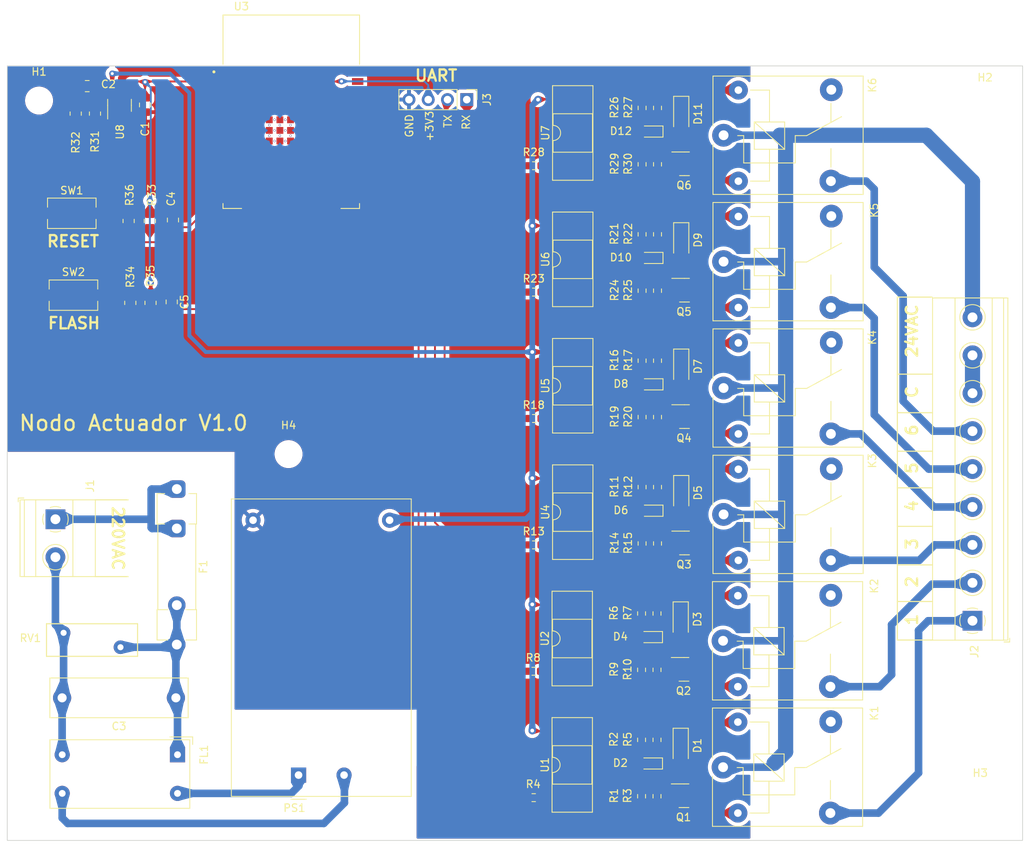
<source format=kicad_pcb>
(kicad_pcb (version 20221018) (generator pcbnew)
  (layers (0 "F.Cu" signal) (31 "B.Cu" signal) (34 "B.Paste" user) (35 "F.Paste" user) (36 "B.SilkS" user "B.Silkscreen") (37 "F.SilkS" user "F.Silkscreen") (38 "B.Mask" user) (39 "F.Mask" user) (44 "Edge.Cuts" user))
  (net 0 "")
  (net 1 "GND")
  (net 2 "+5V")
  (net 3 "Net-(C3-Pad1)")
  (net 24 "Net-(J3-Pin_1)")
  (net 25 "Net-(J3-Pin_2)")
  (net 26 "/IN1")
  (net 27 "/IN2")
  (net 28 "/IN3")
  (net 29 "/IN4")
  (net 32 "/IN5")
  (net 33 "/IN6")
  (net 37 "Net-(PS1-AC{slash}L)")
  (net 38 "Net-(R34-Pad2)")
  (net 39 "Net-(R36-Pad1)")
  (net 40 "Net-(PS1-AC{slash}N)")
  (net 46 "Net-(D1-A)")
  (net 47 "Net-(D2-A)")
  (net 48 "Net-(D3-A)")
  (net 49 "Net-(D4-A)")
  (net 50 "Net-(D5-A)")
  (net 51 "Net-(D6-A)")
  (net 52 "Net-(D7-A)")
  (net 53 "Net-(D8-A)")
  (net 54 "Net-(D10-K)")
  (net 55 "Net-(D10-A)")
  (net 56 "Net-(D11-A)")
  (net 57 "Net-(D12-A)")
  (net 58 "24VAC")
  (net 59 "OUT1")
  (net 60 "OUT2")
  (net 61 "OUT3")
  (net 62 "OUT4")
  (net 63 "OUT5")
  (net 64 "OUT6")
  (net 65 "Net-(U8-CE)")
  (net 66 "Net-(U3-EN)")
  (net 67 "Net-(U3-IO0)")
  (net 68 "+3V3")
  (net 69 "Net-(Q1-G)")
  (net 70 "Net-(Q2-G)")
  (net 71 "Net-(Q3-G)")
  (net 72 "Net-(Q4-G)")
  (net 73 "Net-(Q5-G)")
  (net 74 "Net-(Q6-G)")
  (net 75 "Net-(R1-Pad1)")
  (net 76 "/Fuente de alimentacion/N")
  (net 77 "Net-(R4-Pad2)")
  (net 78 "/Fuente de alimentacion/L")
  (net 79 "Net-(R8-Pad2)")
  (net 80 "Net-(R9-Pad1)")
  (net 81 "Net-(R13-Pad2)")
  (net 82 "Net-(R14-Pad1)")
  (net 83 "Net-(R18-Pad2)")
  (net 84 "Net-(R19-Pad1)")
  (net 85 "Net-(R23-Pad2)")
  (net 86 "Net-(R24-Pad1)")
  (net 87 "Net-(R28-Pad2)")
  (net 88 "Net-(R29-Pad1)")
  (net 89 "24VAC_COMUN")
  (footprint "Resistor_SMD:R_0603_1608Metric" (layer "F.Cu") (at 151.413691 61.126 90)
    (fp_text reference "R30")
    (fp_text value "100K")
  )
  (footprint "Converter_ACDC:Converter_ACDC_HiLink_HLK-5Mxx" (layer "F.Cu") (at 104.088 141.6495 90)
    (fp_text reference "PS1")
    (fp_text value "HLK-5M05")
  )
  (footprint "Resistor_SMD:R_0603_1608Metric" (layer "F.Cu") (at 135.09 144.626)
    (fp_text reference "R4")
    (fp_text value "100")
  )
  (footprint "Capacitor_SMD:C_0805_2012Metric" (layer "F.Cu") (at 87.53 68.472 90)
    (fp_text reference "C4")
    (fp_text value "0.1uF")
  )
  (footprint "Resistor_SMD:R_0603_1608Metric" (layer "F.Cu") (at 149.381691 87.0188 -90)
    (fp_text reference "R16")
    (fp_text value "100")
  )
  (footprint "LED_SMD:LED_0603_1608Metric_Pad1.05x0.95mm_HandSolder" (layer "F.Cu") (at 150.476191 106.7952 180)
    (fp_text reference "D6")
    (fp_text value "TBD")
  )
  (footprint "TerminalBlock_Phoenix:TerminalBlock_Phoenix_MKDS-1,5-9_1x09_P5.00mm_Horizontal" (layer "F.Cu") (at 192.94 121.304 90)
    (fp_text reference "J2")
    (fp_text value "Screw_Terminal_01x09_5mm")
  )
  (footprint "Resistor_SMD:R_0603_1608Metric" (layer "F.Cu") (at 149.381691 94.4508 90)
    (fp_text reference "R19")
    (fp_text value "1K")
  )
  (footprint "Connector_PinHeader_2.54mm:PinHeader_1x04_P2.54mm_Vertical" (layer "F.Cu") (at 126.265 52.597 -90)
    (fp_text reference "J3")
    (fp_text value "Conn_01x04")
  )
  (footprint "Resistor_SMD:R_0603_1608Metric" (layer "F.Cu") (at 135.09 127.9636)
    (fp_text reference "R8")
    (fp_text value "100")
  )
  (footprint "Relay_THT:Relay_SPDT_SANYOU_SRD_Series_Form_C" (layer "F.Cu") (at 160.123691 57.296)
    (fp_text reference "K6")
    (fp_text value "SRD-05VDC-SL-C ")
  )
  (footprint "MountingHole:MountingHole_3.2mm_M3_DIN965" (layer "F.Cu") (at 102.77 99.333)
    (fp_text reference "H4")
    (fp_text value "MountingHole")
  )
  (footprint "Relay_THT:Relay_SPDT_SANYOU_SRD_Series_Form_C" (layer "F.Cu") (at 160.123691 90.6208)
    (fp_text reference "K4")
    (fp_text value "SRD-05VDC-SL-C ")
  )
  (footprint "Resistor_SMD:R_0603_1608Metric" (layer "F.Cu") (at 135.157691 111.3012)
    (fp_text reference "R13")
    (fp_text value "100")
  )
  (footprint "Relay_THT:Relay_SPDT_SANYOU_SRD_Series_Form_C" (layer "F.Cu") (at 160.056 123.9456)
    (fp_text reference "K2")
    (fp_text value "SRD-05VDC-SL-C ")
  )
  (footprint "Diode_SMD:D_SOD-123" (layer "F.Cu") (at 154.540191 104.5092 -90)
    (fp_text reference "D5")
    (fp_text value "1N4148W")
  )
  (footprint "Capacitor_SMD:C_0805_2012Metric" (layer "F.Cu") (at 87.367 79.267 -90)
    (fp_text reference "C5")
    (fp_text value "0.1uF")
  )
  (footprint "Varistor:RV_Disc_D12mm_W4.3mm_P7.5mm" (layer "F.Cu") (at 80.612 124.794 180)
    (fp_text reference "RV1")
    (fp_text value "10D561KTR")
  )
  (footprint "MountingHole:MountingHole_3.2mm_M3_DIN965" (layer "F.Cu") (at 194.591 53.486)
    (fp_text reference "H2")
    (fp_text value "MountingHole")
  )
  (footprint "Resistor_SMD:R_0603_1608Metric" (layer "F.Cu") (at 151.346 120.3436 -90)
    (fp_text reference "R7")
    (fp_text value "100")
  )
  (footprint "Resistor_SMD:R_0603_1608Metric" (layer "F.Cu") (at 135.157691 94.6388)
    (fp_text reference "R18")
    (fp_text value "100")
  )
  (footprint "Package_DIP:DIP-4_W8.89mm_SMDSocket_LongPads" (layer "F.Cu") (at 140.237691 73.6584 90)
    (fp_text reference "U6")
    (fp_text value "PC817")
  )
  (footprint "Diode_SMD:D_SOD-123" (layer "F.Cu") (at 154.540191 71.1844 -90)
    (fp_text reference "D9")
    (fp_text value "1N4148W")
  )
  (footprint "Resistor_SMD:R_0805_2012Metric_Pad1.20x1.40mm_HandSolder" (layer "F.Cu") (at 84.573 79.394 90)
    (fp_text reference "R35")
    (fp_text value "10K")
  )
  (footprint "Resistor_SMD:R_0603_1608Metric" (layer "F.Cu") (at 149.381691 70.3564 -90)
    (fp_text reference "R21")
    (fp_text value "100")
  )
  (footprint "Package_DIP:DIP-4_W8.89mm_SMDSocket_LongPads" (layer "F.Cu") (at 140.17 140.308 90)
    (fp_text reference "U1")
    (fp_text value "PC817")
  )
  (footprint "Resistor_SMD:R_0603_1608Metric" (layer "F.Cu") (at 151.413691 94.4508 90)
    (fp_text reference "R20")
    (fp_text value "100K")
  )
  (footprint "Package_TO_SOT_SMD:SOT-23" (layer "F.Cu") (at 154.969691 94.3848)
    (fp_text reference "Q4")
    (fp_text value "2N7002")
  )
  (footprint "Package_TO_SOT_SMD:SOT-23" (layer "F.Cu") (at 154.969691 77.7224)
    (fp_text reference "Q5")
    (fp_text value "2N7002")
  )
  (footprint "TerminalBlock_Phoenix:TerminalBlock_Phoenix_MKDS-1,5-2_1x02_P5.00mm_Horizontal" (layer "F.Cu") (at 72.036 107.922 -90)
    (fp_text reference "J1")
    (fp_text value "Screw_Terminal_01x02")
  )
  (footprint "Resistor_SMD:R_0603_1608Metric" (layer "F.Cu") (at 149.381691 77.7884 90)
    (fp_text reference "R24")
    (fp_text value "1K")
  )
  (footprint "Resistor_SMD:R_0603_1608Metric" (layer "F.Cu") (at 149.314 127.7756 90)
    (fp_text reference "R9")
    (fp_text value "1K")
  )
  (footprint "LED_SMD:LED_0603_1608Metric_Pad1.05x0.95mm_HandSolder" (layer "F.Cu") (at 150.476191 90.1328 180)
    (fp_text reference "D8")
    (fp_text value "TBD")
  )
  (footprint "Resistor_SMD:R_0805_2012Metric_Pad1.20x1.40mm_HandSolder" (layer "F.Cu") (at 84.482 68.599 -90)
    (fp_text reference "R33")
    (fp_text value "10K")
  )
  (footprint "Package_TO_SOT_SMD:SOT-23" (layer "F.Cu") (at 154.902 127.7096)
    (fp_text reference "Q2")
    (fp_text value "2N7002")
  )
  (footprint "Resistor_SMD:R_0603_1608Metric" (layer "F.Cu") (at 149.381691 61.126 90)
    (fp_text reference "R29")
    (fp_text value "1K")
  )
  (footprint "Resistor_SMD:R_0805_2012Metric_Pad1.20x1.40mm_HandSolder" (layer "F.Cu") (at 81.906 79.394 90)
    (fp_text reference "R34")
    (fp_text value "220")
  )
  (footprint "LED_SMD:LED_0603_1608Metric_Pad1.05x0.95mm_HandSolder" (layer "F.Cu") (at 150.476191 56.808 180)
    (fp_text reference "D12")
    (fp_text value "TBD")
  )
  (footprint "Capacitor_SMD:C_0805_2012Metric" (layer "F.Cu") (at 83.854 53.2995 90)
    (fp_text reference "C1")
    (fp_text value "0.1uF")
  )
  (footprint "Resistor_SMD:R_0603_1608Metric" (layer "F.Cu") (at 151.413691 70.3564 -90)
    (fp_text reference "R22")
    (fp_text value "100")
  )
  (footprint "Package_TO_SOT_SMD:SOT-23-5" (layer "F.Cu") (at 80.484 53.3535 90)
    (fp_text reference "U8")
    (fp_text value "R1524N033B-TR-KE")
  )
  (footprint "Relay_THT:Relay_SPDT_SANYOU_SRD_Series_Form_C" (layer "F.Cu") (at 160.056 140.608)
    (fp_text reference "K1")
    (fp_text value "SRD-05VDC-SL-C ")
  )
  (footprint "Package_TO_SOT_SMD:SOT-23" (layer "F.Cu") (at 154.902 144.372)
    (fp_text reference "Q1")
    (fp_text value "2N7002")
  )
  (footprint "Diode_SMD:D_SOD-123" (layer "F.Cu") (at 154.4725 121.1716 -90)
    (fp_text reference "D3")
    (fp_text value "1N4148W")
  )
  (footprint "Resistor_SMD:R_0603_1608Metric" (layer "F.Cu") (at 135.157691 61.314)
    (fp_text reference "R28")
    (fp_text value "100")
  )
  (footprint "Package_TO_SOT_SMD:SOT-23" (layer "F.Cu") (at 154.969691 61.06)
    (fp_text reference "Q6")
    (fp_text value "2N7002")
  )
  (footprint "Package_DIP:DIP-4_W8.89mm_SMDSocket_LongPads" (layer "F.Cu") (at 140.237691 90.3208 90)
    (fp_text reference "U5")
    (fp_text value "PC817")
  )
  (footprint "Resistor_SMD:R_0603_1608Metric" (layer "F.Cu") (at 151.346 137.006 -90)
    (fp_text reference "R5")
    (fp_text value "100")
  )
  (footprint "ESP32:ESP32-WROOM-32E__4MB_HIGH_TEMP" (layer "F.Cu") (at 103.13 54.198)
    (fp_text reference "U3")
    (fp_text value "ESP32-WROOM-32E__4MB_HIGH_TEMP_")
  )
  (footprint "Package_DIP:DIP-4_W8.89mm_SMDSocket_LongPads" (layer "F.Cu") (at 140.237691 56.996 90)
    (fp_text reference "U7")
    (fp_text value "PC817")
  )
  (footprint "Diode_SMD:D_SOD-123" (layer "F.Cu") (at 154.540191 54.522 -90)
    (fp_text reference "D11")
    (fp_text value "1N4148W")
  )
  (footprint "Resistor_SMD:R_0603_1608Metric" (layer "F.Cu") (at 151.413691 103.6812 -90)
    (fp_text reference "R12")
    (fp_text value "100")
  )
  (footprint "Package_DIP:DIP-4_W8.89mm_SMDSocket_LongPads" (layer "F.Cu") (at 140.237691 106.9832 90)
    (fp_text reference "U4")
    (fp_text value "PC817")
  )
  (footprint "Capacitor_SMD:C_0805_2012Metric" (layer "F.Cu") (at 76.227 50.819)
    (fp_text reference "C2")
    (fp_text value "0.1uF")
  )
  (footprint "Resistor_SMD:R_0603_1608Metric" (layer "F.Cu") (at 149.314 144.438 90)
    (fp_text reference "R1")
    (fp_text value "1K")
  )
  (footprint "Resistor_SMD:R_0603_1608Metric" (layer "F.Cu") (at 149.314 137.006 -90)
    (fp_text reference "R2")
    (fp_text value "100")
  )
  (footprint "Relay_THT:Relay_SPDT_SANYOU_SRD_Series_Form_C" (layer "F.Cu") (at 160.123691 73.9584)
    (fp_text reference "K5")
    (fp_text value "SRD-05VDC-SL-C ")
  )
  (footprint "Capacitor_THT:C_Rect_L18.0mm_W5.0mm_P15.00mm_FKS3_FKP3" (layer "F.Cu") (at 87.918 131.464 180)
    (fp_text reference "C3")
    (fp_text value "0.1uF 275V X2")
  )
  (footprint "Resistor_SMD:R_0603_1608Metric" (layer "F.Cu") (at 151.346 127.7756 90)
    (fp_text reference "R10")
    (fp_text value "100K")
  )
  (footprint "LED_SMD:LED_0603_1608Metric_Pad1.05x0.95mm_HandSolder" (layer "F.Cu") (at 150.476191 73.4704 180)
    (fp_text reference "D10")
    (fp_text value "TBD")
  )
  (footprint "Resistor_SMD:R_0603_1608Metric" (layer "F.Cu") (at 149.314 120.3436 -90)
    (fp_text reference "R6")
    (fp_text value "100")
  )
  (footprint "Diode_SMD:D_SOD-123" (layer "F.Cu") (at 154.4725 137.834 -90)
    (fp_text reference "D1")
    (fp_text value "1N4148W")
  )
  (footprint "Relay_THT:Relay_SPDT_SANYOU_SRD_Series_Form_C" (layer "F.Cu") (at 160.123691 107.2832)
    (fp_text reference "K3")
    (fp_text value "SRD-05VDC-SL-C ")
  )
  (footprint "LED_SMD:LED_0603_1608Metric_Pad1.05x0.95mm_HandSolder" (layer "F.Cu") (at 150.4085 123.4576 180)
    (fp_text reference "D4")
    (fp_text value "TBD")
  )
  (footprint "Resistor_SMD:R_0603_1608Metric" (layer "F.Cu") (at 149.381691 103.6812 -90)
    (fp_text reference "R11")
    (fp_text value "100")
  )
  (footprint "LED_SMD:LED_0603_1608Metric_Pad1.05x0.95mm_HandSolder" (layer "F.Cu") (at 150.4085 140.12 180)
    (fp_text reference "D2")
    (fp_text value "TBD")
  )
  (footprint "Resistor_SMD:R_0603_1608Metric" (layer "F.Cu") (at 149.381691 53.694 -90)
    (fp_text reference "R26")
    (fp_text value "100")
  )
  (footprint "Resistor_SMD:R_0805_2012Metric_Pad1.20x1.40mm_HandSolder" (layer "F.Cu") (at 81.688 68.599 -90)
    (fp_text reference "R36")
    (fp_text value "220")
  )
  (footprint "Resistor_SMD:R_0805_2012Metric_Pad1.20x1.40mm_HandSolder" (layer "F.Cu") (at 74.71 54.4425 90)
    (fp_text reference "R32")
    (fp_text value "100k")
  )
  (footprint "ProyectoUTN:SW_Tactile_SPST_NO_Straight_6x3,5_modificado" (layer "F.Cu") (at 74.195 67.583)
    (fp_text reference "SW1")
    (fp_text value "Reset")
  )
  (footprint "Resistor_SMD:R_0603_1608Metric" (layer "F.Cu") (at 135.157691 77.9764)
    (fp_text reference "R23")
    (fp_text value "100")
  )
  (footprint "Fuse:Fuseholder_Clip-5x20mm_Littelfuse_445-030_Inline_P20.50x5.20mm_D1.30mm_Horizontal" (layer "F.Cu") (at 88.038 103.942 -90)
    (fp_text reference "F1")
    (fp_text value "Fuse")
  )
  (footprint "Diode_SMD:D_SOD-123" (layer "F.Cu") (at 154.540191 87.8468 -90)
    (fp_text reference "D7")
    (fp_text value "1N4148W")
  )
  (footprint "Resistor_SMD:R_0805_2012Metric_Pad1.20x1.40mm_HandSolder" (layer "F.Cu") (at 77.25 54.4425 -90)
    (fp_text reference "R31")
    (fp_text value "100k")
  )
  (footprint "Package_TO_SOT_SMD:SOT-23" (layer "F.Cu") (at 154.969691 111.0472)
    (fp_text reference "Q3")
    (fp_text value "2N7002")
  )
  (footprint "ProyectoUTN:SW_Tactile_SPST_NO_Straight_6x3,5_modificado" (layer "F.Cu") (at 74.413 78.378 180)
    (fp_text reference "SW2")
    (fp_text value "Flash")
  )
  (footprint "Resistor_SMD:R_0603_1608Metric" (layer "F.Cu") (at 149.381691 111.1132 90)
    (fp_text reference "R14")
    (fp_text value "1K")
  )
  (footprint "Resistor_SMD:R_0603_1608Metric" (layer "F.Cu") (at 151.413691 53.694 -90)
    (fp_text reference "R27")
    (fp_text value "100")
  )
  (footprint "Inductor_THT:Choke_Schaffner_RN202-04-8.8x18.2mm" (layer "F.Cu") (at 88.1295 138.9625 -90)
    (fp_text reference "FL1")
    (fp_text value "Choke 12MH 300MA 2LN TH")
  )
  (footprint "MountingHole:MountingHole_3.2mm_M3_DIN965" (layer "F.Cu") (at 69.877 52.724)
    (fp_text reference "H1")
    (fp_text value "MountingHole")
  )
  (footprint "MountingHole:MountingHole_3.2mm_M3_DIN965" (layer "F.Cu") (at 193.956 145.18)
    (fp_text reference "H3")
    (fp_text value "MountingHole")
  )
  (footprint "Resistor_SMD:R_0603_1608Metric" (layer "F.Cu") (at 151.346 144.438 90)
    (fp_text reference "R3")
    (fp_text value "100K")
  )
  (footprint "Package_DIP:DIP-4_W8.89mm_SMDSocket_LongPads" (layer "F.Cu") (at 140.17 123.6456 90)
    (fp_text reference "U2")
    (fp_text value "PC817")
  )
  (footprint "Resistor_SMD:R_0603_1608Metric" (layer "F.Cu") (at 151.413691 111.1132 90)
    (fp_text reference "R15")
    (fp_text value "100K")
  )
  (footprint "Resistor_SMD:R_0603_1608Metric" (layer "F.Cu") (at 151.413691 77.7884 90)
    (fp_text reference "R25")
    (fp_text value "100K")
  )
  (footprint "Resistor_SMD:R_0603_1608Metric" (layer "F.Cu") (at 151.413691 87.0188 -90)
    (fp_text reference "R17")
    (fp_text value "100")
  )
  (gr_line (start 187.606 118.764) (end 183.034 118.764) (stroke (width 0.15)) (layer "F.SilkS"))
  (gr_line (start 187.606 98.952) (end 183.034 98.952) (stroke (width 0.15)) (layer "F.SilkS"))
  (gr_line (start 187.606 93.872) (end 183.034 93.872) (stroke (width 0.15)) (layer "F.SilkS"))
  (gr_line (start 187.606 78.632) (end 183.034 78.632) (stroke (width 0.15)) (layer "F.SilkS"))
  (gr_line (start 183.034 78.632) (end 183.034 123.844) (stroke (width 0.15)) (layer "F.SilkS"))
  (gr_line (start 187.606 103.778) (end 183.034 103.778) (stroke (width 0.15)) (layer "F.SilkS"))
  (gr_line (start 187.606 113.938) (end 183.034 113.938) (stroke (width 0.15)) (layer "F.SilkS"))
  (gr_line (start 187.606 123.844) (end 183.034 123.844) (stroke (width 0.15)) (layer "F.SilkS"))
  (gr_line (start 81.615 105.362) (end 77.297 105.362) (stroke (width 0.15)) (layer "F.SilkS"))
  (gr_line (start 187.606 108.858) (end 183.034 108.858) (stroke (width 0.15)) (layer "F.SilkS"))
  (gr_line (start 81.615 115.482) (end 77.297 115.482) (stroke (width 0.15)) (layer "F.SilkS"))
  (gr_line (start 187.606 88.792) (end 183.034 88.792) (stroke (width 0.15)) (layer "F.SilkS"))
  (gr_rect (start 65.686 48.152) (end 199.544 150.26) (stroke (width 0.1)) (fill none) (layer "Edge.Cuts"))
  (gr_text "FLASH" (at 70.893 82.95) (layer "F.SilkS") (effects (font (size 1.5 1.5) (thickness 0.3) bold) (justify left bottom)))
  (gr_text "RX" (at 126.773 56.661 90) (layer "F.SilkS") (effects (font (size 1 1)) (justify left bottom)))
  (gr_text "UART" (at 119.28 50.311) (layer "F.SilkS") (effects (font (size 1.5 1.5) (thickness 0.3) bold) (justify left bottom)))
  (gr_text "C" (at 185.828 92.094 90) (layer "F.SilkS") (effects (font (size 1.5 1.5) (thickness 0.3) bold) (justify left bottom)))
  (gr_text "6" (at 185.828 97.089333 90) (layer "F.SilkS") (effects (font (size 1.5 1.5) (thickness 0.3) bold) (justify left bottom)))
  (gr_text "RESET" (at 70.766 72.155) (layer "F.SilkS") (effects (font (size 1.5 1.5) (thickness 0.3) bold) (justify left bottom)))
  (gr_text "TX" (at 124.36 56.407 90) (layer "F.SilkS") (effects (font (size 1 1)) (justify left bottom)))
  (gr_text "2" (at 185.828 117.070665 90) (layer "F.SilkS") (effects (font (size 1.5 1.5) (thickness 0.3) bold) (justify left bottom)))
  (gr_text "4" (at 185.828 107.079999 90) (layer "F.SilkS") (effects (font (size 1.5 1.5) (thickness 0.3) bold) (justify left bottom)))
  (gr_text "1" (at 185.828 122.066 90) (layer "F.SilkS") (effects (font (size 1.5 1.5) (thickness 0.3) bold) (justify left bottom)))
  (gr_text "3" (at 185.828 112.075332 90) (layer "F.SilkS") (effects (font (size 1.5 1.5) (thickness 0.3) bold) (justify left bottom)))
  (gr_text "Nodo Actuador V1.0" (at 67.083 96.412) (layer "F.SilkS") (effects (font (size 2 2) (thickness 0.3) bold) (justify left bottom)))
  (gr_text "220VAC" (at 79.402 106.064 270) (layer "F.SilkS") (effects (font (size 1.5 1.5) (thickness 0.3) bold) (justify left bottom)))
  (gr_text "5" (at 185.828 102.084666 90) (layer "F.SilkS") (effects (font (size 1.5 1.5) (thickness 0.3) bold) (justify left bottom)))
  (gr_text "GND" (at 119.28 57.677 90) (layer "F.SilkS") (effects (font (size 1 1)) (justify left bottom)))
  (gr_text "24VAC" (at 185.828 86.76 90) (layer "F.SilkS") (effects (font (size 1.5 1.5) (thickness 0.3) bold) (justify left bottom)))
  (gr_text "+3V3" (at 121.947 58.185 90) (layer "F.SilkS") (effects (font (size 1 1)) (justify left bottom)))
  (segment (start 134.9058 85.8758) (end 138.967691 85.8758) (width 0.508) (layer "F.Cu") (net 2))
  (segment (start 154.4725 136.159691) (end 154.4725 134.8525) (width 0.25) (layer "F.Cu") (net 2))
  (segment (start 161.898 134.766) (end 154.386 134.766) (width 0.25) (layer "F.Cu") (net 2))
  (segment (start 138.967691 52.551) (end 135.709 52.551) (width 0.25) (layer "F.Cu") (net 2))
  (segment (start 149.306 101.238) (end 146.15 101.238) (width 0.25) (layer "F.Cu") (net 2))
  (segment (start 138.9 117.178) (end 138.9 119.2006) (width 0.25) (layer "F.Cu") (net 2))
  (segment (start 154.64 84.728) (end 151.338 84.728) (width 0.25) (layer "F.Cu") (net 2))
  (segment (start 144.734 99.822) (end 140.092691 99.822) (width 0.25) (layer "F.Cu") (net 2))
  (segment (start 134.901 85.871) (end 134.9058 85.8758) (width 0.508) (layer "F.Cu") (net 2))
  (segment (start 144.734 66.548) (end 140.092691 66.548) (width 0.25) (layer "F.Cu") (net 2))
  (segment (start 138.967691 51.001) (end 138.967691 52.551) (width 0.25) (layer "F.Cu") (net 2))
  (segment (start 134.982 135.863) (end 134.901 135.782) (width 0.25) (layer "F.Cu") (net 2))
  (segment (start 146.15 101.238) (end 144.734 99.822) (width 0.25) (layer "F.Cu") (net 2))
  (segment (start 138.838 119.023309) (end 139.021691 119.207) (width 0.25) (layer "F.Cu") (net 2))
  (segment (start 151.467691 68.093691) (end 151.338 67.964) (width 0.25) (layer "F.Cu") (net 2))
  (segment (start 139.021691 67.619) (end 139.021691 69.169) (width 0.25) (layer "F.Cu") (net 2))
  (segment (start 138.838 135.900691) (end 138.767691 135.971) (width 0.25) (layer "F.Cu") (net 2))
  (segment (start 134.9312 102.5382) (end 138.967691 102.5382) (width 0.25) (layer "F.Cu") (net 2))
  (segment (start 139.021691 100.893) (end 139.021691 102.443) (width 0.25) (layer "F.Cu") (net 2))
  (segment (start 149.435691 102.761) (end 149.435691 101.367691) (width 0.25) (layer "F.Cu") (net 2))
  (segment (start 149.252 51.346) (end 146.096 51.346) (width 0.25) (layer "F.Cu") (net 2))
  (segment (start 79.529 49.168) (end 79.529 50.819) (width 0.508) (layer "F.Cu") (net 2))
  (segment (start 139.238 133.35) (end 138.838 133.75) (width 0.25) (layer "F.Cu") (net 2))
  (segment (start 151.467691 86.251) (end 151.467691 84.857691) (width 0.25) (layer "F.Cu") (net 2))
  (segment (start 151.284 119.341309) (end 151.284 118.056) (width 0.25) (layer "F.Cu") (net 2))
  (segment (start 149.435691 84.857691) (end 149.306 84.728) (width 0.25) (layer "F.Cu") (net 2))
  (segment (start 134.9216 69.2134) (end 138.967691 69.2134) (width 0.25) (layer "F.Cu") (net 2))
  (segment (start 154.594191 68.009809) (end 154.64 67.964) (width 0.25) (layer "F.Cu") (net 2))
  (segment (start 154.64 118.002) (end 151.338 118.002) (width 0.25) (layer "F.Cu") (net 2))
  (segment (start 151.467691 119.525) (end 151.284 119.341309) (width 0.25) (layer "F.Cu") (net 2))
  (segment (start 149.306 67.964) (end 146.15 67.964) (width 0.25) (layer "F.Cu") (net 2))
  (segment (start 149.314 135.028) (end 149.052 134.766) (width 0.25) (layer "F.Cu") (net 2))
  (segment (start 149.381691 52.869) (end 149.381691 51.475691) (width 0.25) (layer "F.Cu") (net 2))
  (segment (start 151.467691 84.857691) (end 151.338 84.728) (width 0.25) (layer "F.Cu") (net 2))
  (segment (start 151.284 118.056) (end 151.338 118.002) (width 0.25) (layer "F.Cu") (net 2))
  (segment (start 151.084 134.766) (end 149.052 134.766) (width 0.25) (layer "F.Cu") (net 2))
  (segment (start 154.540191 52.872) (end 154.540191 51.391809) (width 0.25) (layer "F.Cu") (net 2))
  (segment (start 138.9 119.2006) (end 134.9566 119.2006) (width 0.25) (layer "F.Cu") (net 2))
  (segment (start 149.306 84.728) (end 146.15 84.728) (width 0.25) (layer "F.Cu") (net 2))
  (segment (start 162.073691 51.346) (end 154.586 51.346) (width 0.25) (layer "F.Cu") (net 2))
  (segment (start 151.467691 102.761) (end 151.467691 101.367691) (width 0.25) (layer "F.Cu") (net 2))
  (segment (start 154.540191 51.391809) (end 154.586 51.346) (width 0.25) (layer "F.Cu") (net 2))
  (segment (start 151.413691 52.869) (end 151.413691 51.475691) (width 0.25) (layer "F.Cu") (net 2))
  (segment (start 154.586 51.346) (end 151.284 51.346) (width 0.25) (layer "F.Cu") (net 2))
  (segment (start 145.896 134.766) (end 144.48 133.35) (width 0.25) (layer "F.Cu") (net 2))
  (segment (start 154.386 134.766) (end 151.084 134.766) (width 0.25) (layer "F.Cu") (net 2))
  (segment (start 140.092691 99.822) (end 139.021691 100.893) (width 0.25) (layer "F.Cu") (net 2))
  (segment (start 149.381691 51.475691) (end 149.252 51.346) (width 0.25) (layer "F.Cu") (net 2))
  (segment (start 154.340191 136.292) (end 154.4725 136.159691) (width 0.25) (layer "F.Cu") (net 2))
  (segment (start 162.127691 118.002) (end 154.64 118.002) (width 0.25) (layer "F.Cu") (net 2))
  (segment (start 154.4725 134.8525) (end 154.386 134.766) (width 0.25) (layer "F.Cu") (net 2))
  (segment (start 140.092691 66.548) (end 139.021691 67.619) (width 0.25) (layer "F.Cu") (net 2))
  (segment (start 138.9 135.863) (end 134.982 135.863) (width 0.25) (layer "F.Cu") (net 2))
  (segment (start 77.25 53.4425) (end 77.25 50.892) (width 0.25) (layer "F.Cu") (net 2))
  (segment (start 151.284 51.346) (end 149.252 51.346) (width 0.25) (layer "F.Cu") (net 2))
  (segment (start 146.15 67.964) (end 144.734 66.548) (width 0.25) (layer "F.Cu") (net 2))
  (segment (start 154.4725 118.1695) (end 154.64 118.002) (width 0.25) (layer "F.Cu") (net 2))
  (segment (start 151.338 101.238) (end 149.306 101.238) (width 0.25) (layer "F.Cu") (net 2))
  (segment (start 151.213691 136.289) (end 151.284 136.218691) (width 0.25) (layer "F.Cu") (net 2))
  (segment (start 154.594191 101.283809) (end 154.64 101.238) (width 0.25) (layer "F.Cu") (net 2))
  (segment (start 77.25 50.892) (end 77.177 50.819) (width 0.25) (layer "F.Cu") (net 2))
  (segment (start 151.467691 101.367691) (end 151.338 101.238) (width 0.25) (layer "F.Cu") (net 2))
  (segment (start 151.413691 51.475691) (end 151.284 51.346) (width 0.25) (layer "F.Cu") (net 2))
  (segment (start 144.734 83.312) (end 140.092691 83.312) (width 0.25) (layer "F.Cu") (net 2))
  (segment (start 140.038691 49.93) (end 138.967691 51.001) (width 0.25) (layer "F.Cu") (net 2))
  (segment (start 151.284 136.218691) (end 151.284 134.966) (width 0.25) (layer "F.Cu") (net 2))
  (segment (start 144.68 49.93) (end 140.038691 49.93) (width 0.25) (layer "F.Cu") (net 2))
  (segment (start 79.534 52.216) (end 79.534 50.824) (width 0.508) (layer "F.Cu") (net 2))
  (segment (start 154.594191 119.528) (end 154.4725 119.406309) (width 0.25) (layer "F.Cu") (net 2))
  (segment (start 154.594191 102.764) (end 154.594191 101.283809) (width 0.25) (layer "F.Cu") (net 2))
  (segment (start 149.435691 101.367691) (end 149.306 101.238) (width 0.25) (layer "F.Cu") (net 2))
  (segment (start 154.4725 119.406309) (end 154.4725 118.1695) (width 0.25) (layer "F.Cu") (net 2))
  (segment (start 140.092691 83.312) (end 139.021691 84.383) (width 0.25) (layer "F.Cu") (net 2))
  (segment (start 154.594191 86.254) (end 154.594191 84.773809) (width 0.25) (layer "F.Cu") (net 2))
  (segment (start 139.492 116.586) (end 138.9 117.178) (width 0.25) (layer "F.Cu") (net 2))
  (segment (start 154.64 67.964) (end 151.338 67.964) (width 0.25) (layer "F.Cu") (net 2))
  (segment (start 149.306 118.002) (end 146.15 118.002) (width 0.25) (layer "F.Cu") (net 2))
  (segment (start 134.901 102.508) (end 134.9312 102.5382) (width 0.25) (layer "F.Cu") (net 2))
  (segment (start 79.534 50.824) (end 79.529 50.819) (width 0.508) (layer "F.Cu") (net 2))
  (segment (start 162.006 134.658) (end 161.898 134.766) (width 0.25) (layer "F.Cu") (net 2))
  (segment (start 149.314 136.156691) (end 149.314 135.028) (width 0.25) (layer "F.Cu") (net 2))
  (segment (start 135.709 52.551) (end 135.663 52.597) (width 0.25) (layer "F.Cu") (net 2))
  (segment (start 149.181691 136.289) (end 149.314 136.156691) (width 0.25) (layer "F.Cu") (net 2))
  (segment (start 154.594191 84.773809) (end 154.64 84.728) (width 0.25) (layer "F.Cu") (net 2))
  (segment (start 151.284 134.966) (end 151.084 134.766) (width 0.25) (layer "F.Cu") (net 2))
  (segment (start 151.338 67.964) (end 149.306 67.964) (width 0.25) (layer "F.Cu") (net 2))
  (segment (start 134.901 69.234) (end 134.9216 69.2134) (width 0.25) (layer "F.Cu") (net 2))
  (segment (start 149.435691 119.525) (end 149.252 119.341309) (width 0.25) (layer "F.Cu") (net 2))
  (segment (start 146.15 118.002) (end 144.734 116.586) (width 0.25) (layer "F.Cu") (net 2))
  (segment (start 144.734 116.586) (end 139.492 116.586) (width 0.25) (layer "F.Cu") (net 2))
  (segment (start 162.127691 101.238) (end 154.64 101.238) (width 0.25) (layer "F.Cu") (net 2))
  (segment (start 162.127691 67.964) (end 154.64 67.964) (width 0.25) (layer "F.Cu") (net 2))
  (segment (start 149.435691 86.251) (end 149.435691 84.857691) (width 0.25) (layer "F.Cu") (net 2))
  (segment (start 139.021691 84.383) (end 139.021691 85.933) (width 0.25) (layer "F.Cu") (net 2))
  (segment (start 149.252 119.341309) (end 149.252 118.056) (width 0.25) (layer "F.Cu") (net 2))
  (segment (start 149.252 118.056) (end 149.306 118.002) (width 0.25) (layer "F.Cu") (net 2))
  (segment (start 151.338 118.002) (end 149.306 118.002) (width 0.25) (layer "F.Cu") (net 2))
  (segment (start 134.9566 119.2006) (end 134.901 119.145) (width 0.25) (layer "F.Cu") (net 2))
  (segment (start 146.096 51.346) (end 144.68 49.93) (width 0.25) (layer "F.Cu") (net 2))
  (segment (start 149.435691 68.093691) (end 149.306 67.964) (width 0.25) (layer "F.Cu") (net 2))
  (segment (start 79.529 50.819) (end 77.177 50.819) (width 0.508) (layer "F.Cu") (net 2))
  (segment (start 138.838 133.75) (end 138.838 135.900691) (width 0.25) (layer "F.Cu") (net 2))
  (segment (start 151.467691 69.487) (end 151.467691 68.093691) (width 0.25) (layer "F.Cu") (net 2))
  (segment (start 151.338 84.728) (end 149.306 84.728) (width 0.25) (layer "F.Cu") (net 2))
  (segment (start 154.64 101.238) (end 151.338 101.238) (width 0.25) (layer "F.Cu") (net 2))
  (segment (start 146.15 84.728) (end 144.734 83.312) (width 0.25) (layer "F.Cu") (net 2))
  (segment (start 162.127691 84.728) (end 154.64 84.728) (width 0.25) (layer "F.Cu") (net 2))
  (segment (start 149.052 134.766) (end 145.896 134.766) (width 0.25) (layer "F.Cu") (net 2))
  (segment (start 144.48 133.35) (end 139.238 133.35) (width 0.25) (layer "F.Cu") (net 2))
  (segment (start 149.435691 69.487) (end 149.435691 68.093691) (width 0.25) (layer "F.Cu") (net 2))
  (segment (start 154.594191 69.49) (end 154.594191 68.009809) (width 0.25) (layer "F.Cu") (net 2))
  (via (at 134.901 69.234) (size 1) (drill 0.5) (layers "F.Cu" "B.Cu") (net 2))
  (via (at 79.529 49.168) (size 0.8) (drill 0.4) (layers "F.Cu" "B.Cu") (net 2))
  (via (at 134.901 85.871) (size 1) (drill 0.5) (layers "F.Cu" "B.Cu") (net 2))
  (via (at 134.901 119.145) (size 1) (drill 0.5) (layers "F.Cu" "B.Cu") (net 2))
  (via (at 134.901 135.782) (size 1) (drill 0.5) (layers "F.Cu" "B.Cu") (net 2))
  (via (at 134.901 102.508) (size 1) (drill 0.5) (layers "F.Cu" "B.Cu") (net 2))
  (via (at 135.663 52.597) (size 1) (drill 0.5) (layers "F.Cu" "B.Cu") (net 2))
  (segment (start 116.136 107.897) (end 134.084 107.897) (width 0.75) (layer "B.Cu") (net 2))
  (segment (start 87.149 49.168) (end 89.689 51.708) (width 0.508) (layer "B.Cu") (net 2))
  (segment (start 134.901 107.08) (end 134.901 53.359) (width 0.75) (layer "B.Cu") (net 2))
  (segment (start 134.901 53.359) (end 135.663 52.597) (width 0.75) (layer "B.Cu") (net 2))
  (segment (start 79.529 49.168) (end 87.149 49.168) (width 0.508) (layer "B.Cu") (net 2))
  (segment (start 91.848 85.871) (end 134.901 85.871) (width 0.508) (layer "B.Cu") (net 2))
  (segment (start 134.084 107.897) (end 134.901 107.08) (width 0.75) (layer "B.Cu") (net 2))
  (segment (start 89.689 51.708) (end 89.689 83.712) (width 0.508) (layer "B.Cu") (net 2))
  (segment (start 134.901 135.782) (end 134.901 107.08) (width 0.75) (layer "B.Cu") (net 2))
  (segment (start 89.689 83.712) (end 91.848 85.871) (width 0.508) (layer "B.Cu") (net 2))
  (segment (start 88.1295 131.6755) (end 87.918 131.464) (width 0.25) (layer "B.Cu") (net 3))
  (segment (start 88.1295 138.9625) (end 88.1295 131.6755) (width 1) (layer "B.Cu") (net 3))
  (segment (start 88.038 119.242) (end 88.038 124.442) (width 1) (layer "B.Cu") (net 3))
  (segment (start 87.686 124.794) (end 88.038 124.442) (width 0.25) (layer "B.Cu") (net 3))
  (segment (start 87.918 131.464) (end 87.918 124.562) (width 1) (layer "B.Cu") (net 3))
  (segment (start 80.612 124.794) (end 87.686 124.794) (width 1) (layer "B.Cu") (net 3))
  (segment (start 87.918 124.562) (end 88.038 124.442) (width 0.25) (layer "B.Cu") (net 3))
  (segment (start 113.589 54.018) (end 114.835 55.264) (width 0.25) (layer "F.Cu") (net 24))
  (segment (start 126.265 54.375) (end 126.265 52.597) (width 0.25) (layer "F.Cu") (net 24))
  (segment (start 125.376 55.264) (end 126.265 54.375) (width 0.25) (layer "F.Cu") (net 24))
  (segment (start 111.88 54.018) (end 113.589 54.018) (width 0.25) (layer "F.Cu") (net 24))
  (segment (start 114.835 55.264) (end 125.376 55.264) (width 0.25) (layer "F.Cu") (net 24))
  (segment (start 114.097 52.748) (end 115.724 54.375) (width 0.25) (layer "F.Cu") (net 25))
  (segment (start 115.724 54.375) (end 123.217 54.375) (width 0.25) (layer "F.Cu") (net 25))
  (segment (start 123.217 54.375) (end 123.725 53.867) (width 0.25) (layer "F.Cu") (net 25))
  (segment (start 111.88 52.748) (end 114.097 52.748) (width 0.25) (layer "F.Cu") (net 25))
  (segment (start 123.725 53.867) (end 123.725 52.597) (width 0.25) (layer "F.Cu") (net 25))
  (segment (start 119.915 67.964) (end 116.129 64.178) (width 0.25) (layer "F.Cu") (net 26))
  (segment (start 119.915 139.592) (end 119.915 67.964) (width 0.25) (layer "F.Cu") (net 26))
  (segment (start 124.224 143.901) (end 119.915 139.592) (width 0.25) (layer "F.Cu") (net 26))
  (segment (start 134.265 144.626) (end 133.54 143.901) (width 0.25) (layer "F.Cu") (net 26))
  (segment (start 133.54 143.901) (end 124.224 143.901) (width 0.25) (layer "F.Cu") (net 26))
  (segment (start 116.129 64.178) (end 111.88 64.178) (width 0.25) (layer "F.Cu") (net 26))
  (segment (start 134.265 127.9636) (end 124.6696 127.9636) (width 0.25) (layer "F.Cu") (net 27))
  (segment (start 124.6696 127.9636) (end 120.804 124.098) (width 0.25) (layer "F.Cu") (net 27))
  (segment (start 120.804 124.098) (end 120.804 67.71) (width 0.25) (layer "F.Cu") (net 27))
  (segment (start 116.002 62.908) (end 111.88 62.908) (width 0.25) (layer "F.Cu") (net 27))
  (segment (start 120.804 67.71) (end 116.002 62.908) (width 0.25) (layer "F.Cu") (net 27))
  (segment (start 134.332691 111.3012) (end 125.0252 111.3012) (width 0.25) (layer "F.Cu") (net 28))
  (segment (start 125.0252 111.3012) (end 122.074 108.35) (width 0.25) (layer "F.Cu") (net 28))
  (segment (start 116.129 61.638) (end 111.88 61.638) (width 0.25) (layer "F.Cu") (net 28))
  (segment (start 122.074 67.583) (end 116.129 61.638) (width 0.25) (layer "F.Cu") (net 28))
  (segment (start 122.074 108.35) (end 122.074 67.583) (width 0.25) (layer "F.Cu") (net 28))
  (segment (start 123.344 67.456) (end 116.256 60.368) (width 0.25) (layer "F.Cu") (net 29))
  (segment (start 124.9998 94.6388) (end 123.344 92.983) (width 0.25) (layer "F.Cu") (net 29))
  (segment (start 123.344 92.983) (end 123.344 67.456) (width 0.25) (layer "F.Cu") (net 29))
  (segment (start 116.256 60.368) (end 111.88 60.368) (width 0.25) (layer "F.Cu") (net 29))
  (segment (start 134.332691 94.6388) (end 124.9998 94.6388) (width 0.25) (layer "F.Cu") (net 29))
  (segment (start 126.4984 77.9764) (end 124.868 76.346) (width 0.25) (layer "F.Cu") (net 32))
  (segment (start 116.383 59.098) (end 111.88 59.098) (width 0.25) (layer "F.Cu") (net 32))
  (segment (start 124.868 67.583) (end 116.383 59.098) (width 0.25) (layer "F.Cu") (net 32))
  (segment (start 124.868 76.346) (end 124.868 67.583) (width 0.25) (layer "F.Cu") (net 32))
  (segment (start 134.332691 77.9764) (end 126.4984 77.9764) (width 0.25) (layer "F.Cu") (net 32))
  (segment (start 111.88 57.828) (end 116.891 57.828) (width 0.25) (layer "F.Cu") (net 33))
  (segment (start 120.377 61.314) (end 134.332691 61.314) (width 0.25) (layer "F.Cu") (net 33))
  (segment (start 116.891 57.828) (end 120.377 61.314) (width 0.25) (layer "F.Cu") (net 33))
  (segment (start 104.136 143.052) (end 104.136 141.497) (width 1) (layer "B.Cu") (net 37))
  (segment (start 88.1295 144.0625) (end 103.1255 144.0625) (width 1) (layer "B.Cu") (net 37))
  (segment (start 103.1255 144.0625) (end 104.136 143.052) (width 1) (layer "B.Cu") (net 37))
  (segment (start 81.89 78.378) (end 81.906 78.394) (width 0.25) (layer "F.Cu") (net 38))
  (segment (start 78.513 78.378) (end 81.89 78.378) (width 0.25) (layer "F.Cu") (net 38))
  (segment (start 81.672 67.583) (end 81.688 67.599) (width 0.25) (layer "F.Cu") (net 39))
  (segment (start 78.295 67.583) (end 81.672 67.583) (width 0.25) (layer "F.Cu") (net 39))
  (segment (start 72.9295 144.0625) (end 72.9295 147.2955) (width 1) (layer "B.Cu") (net 40))
  (segment (start 73.656 148.022) (end 107.421 148.022) (width 1) (layer "B.Cu") (net 40))
  (segment (start 110.136 145.307) (end 110.136 141.497) (width 1) (layer "B.Cu") (net 40))
  (segment (start 107.421 148.022) (end 110.136 145.307) (width 1) (layer "B.Cu") (net 40))
  (segment (start 72.9295 147.2955) (end 73.656 148.022) (width 1) (layer "B.Cu") (net 40))
  (segment (start 159.874 146.658) (end 157.588 144.372) (width 0.25) (layer "F.Cu") (net 46))
  (segment (start 151.2835 140.12) (end 153.8365 140.12) (width 0.25) (layer "F.Cu") (net 46))
  (segment (start 162.006 146.658) (end 159.874 146.658) (width 0.25) (layer "F.Cu") (net 46))
  (segment (start 153.8365 140.12) (end 154.4725 139.484) (width 0.25) (layer "F.Cu") (net 46))
  (segment (start 155.8395 144.372) (end 155.8395 141.7345) (width 0.25) (layer "F.Cu") (net 46))
  (segment (start 157.588 144.372) (end 155.8395 144.372) (width 0.25) (layer "F.Cu") (net 46))
  (segment (start 155.8395 141.7345) (end 154.4725 140.3675) (width 0.25) (layer "F.Cu") (net 46))
  (segment (start 154.4725 140.3675) (end 154.4725 139.484) (width 0.25) (layer "F.Cu") (net 46))
  (segment (start 151.346 137.831) (end 151.346 138.387) (width 0.25) (layer "F.Cu") (net 47))
  (segment (start 151.03 138.703) (end 149.633 138.703) (width 0.25) (layer "F.Cu") (net 47))
  (segment (start 149.5335 140.12) (end 149.5335 138.8025) (width 0.25) (layer "F.Cu") (net 47))
  (segment (start 149.633 138.703) (end 149.314 138.384) (width 0.25) (layer "F.Cu") (net 47))
  (segment (start 151.346 138.387) (end 151.03 138.703) (width 0.25) (layer "F.Cu") (net 47))
  (segment (start 149.314 138.384) (end 149.314 137.831) (width 0.25) (layer "F.Cu") (net 47))
  (segment (start 149.5335 138.8025) (end 149.633 138.703) (width 0.25) (layer "F.Cu") (net 47))
  (segment (start 155.8395 127.7096) (end 155.8395 125.8595) (width 0.25) (layer "F.Cu") (net 48))
  (segment (start 162.006 129.9956) (end 159.9756 129.9956) (width 0.25) (layer "F.Cu") (net 48))
  (segment (start 155.8395 125.8595) (end 154.4725 124.4925) (width 0.25) (layer "F.Cu") (net 48))
  (segment (start 154.4725 124.4925) (end 154.4725 122.8216) (width 0.25) (layer "F.Cu") (net 48))
  (segment (start 157.6896 127.7096) (end 155.8395 127.7096) (width 0.25) (layer "F.Cu") (net 48))
  (segment (start 153.4565 124.4925) (end 154.4725 124.4925) (width 0.25) (layer "F.Cu") (net 48))
  (segment (start 159.9756 129.9956) (end 157.6896 127.7096) (width 0.25) (layer "F.Cu") (net 48))
  (segment (start 151.2835 123.4576) (end 152.4216 123.4576) (width 0.25) (layer "F.Cu") (net 48))
  (segment (start 152.4216 123.4576) (end 153.4565 124.4925) (width 0.25) (layer "F.Cu") (net 48))
  (segment (start 149.506 122.066) (end 149.314 121.874) (width 0.25) (layer "F.Cu") (net 49))
  (segment (start 149.5335 123.4576) (end 149.5335 122.0935) (width 0.25) (layer "F.Cu") (net 49))
  (segment (start 149.314 121.874) (end 149.314 121.1686) (width 0.25) (layer "F.Cu") (net 49))
  (segment (start 151.284 122.066) (end 149.506 122.066) (width 0.25) (layer "F.Cu") (net 49))
  (segment (start 151.346 121.1686) (end 151.346 122.004) (width 0.25) (layer "F.Cu") (net 49))
  (segment (start 149.5335 122.0935) (end 149.506 122.066) (width 0.25) (layer "F.Cu") (net 49))
  (segment (start 151.346 122.004) (end 151.284 122.066) (width 0.25) (layer "F.Cu") (net 49))
  (segment (start 155.907191 109.163191) (end 154.540191 107.796191) (width 0.25) (layer "F.Cu") (net 50))
  (segment (start 155.907191 111.0472) (end 155.907191 109.163191) (width 0.25) (layer "F.Cu") (net 50))
  (segment (start 162.073691 113.3332) (end 159.8232 113.3332) (width 0.25) (layer "F.Cu") (net 50))
  (segment (start 152.5232 106.7952) (end 153.524191 107.796191) (width 0.25) (layer "F.Cu") (net 50))
  (segment (start 154.540191 107.796191) (end 154.540191 106.1592) (width 0.25) (layer "F.Cu") (net 50))
  (segment (start 151.351191 106.7952) (end 152.5232 106.7952) (width 0.25) (layer "F.Cu") (net 50))
  (segment (start 159.8232 113.3332) (end 157.5372 111.0472) (width 0.25) (layer "F.Cu") (net 50))
  (segment (start 157.5372 111.0472) (end 155.907191 111.0472) (width 0.25) (layer "F.Cu") (net 50))
  (segment (start 153.524191 107.796191) (end 154.540191 107.796191) (width 0.25) (layer "F.Cu") (net 50))
  (segment (start 151.413691 104.5062) (end 151.413691 105.172309) (width 0.25) (layer "F.Cu") (net 51))
  (segment (start 151.284 105.302) (end 149.506 105.302) (width 0.25) (layer "F.Cu") (net 51))
  (segment (start 151.413691 105.172309) (end 151.284 105.302) (width 0.25) (layer "F.Cu") (net 51))
  (segment (start 149.381691 105.177691) (end 149.381691 104.5062) (width 0.25) (layer "F.Cu") (net 51))
  (segment (start 149.506 105.302) (end 149.381691 105.177691) (width 0.25) (layer "F.Cu") (net 51))
  (segment (start 155.907191 91.383191) (end 155.348 90.824) (width 0.25) (layer "F.Cu") (net 52))
  (segment (start 154.540191 90.524191) (end 154.540191 89.4968) (width 0.25) (layer "F.Cu") (net 52))
  (segment (start 155.907191 94.3848) (end 155.907191 91.383191) (width 0.25) (layer "F.Cu") (net 52))
  (segment (start 153.270191 90.524191) (end 154.540191 90.524191) (width 0.25) (layer "F.Cu") (net 52))
  (segment (start 151.351191 90.1328) (end 152.8788 90.1328) (width 0.25) (layer "F.Cu") (net 52))
  (segment (start 160.0518 96.6708) (end 157.761 94.38) (width 0.25) (layer "F.Cu") (net 52))
  (segment (start 154.84 90.824) (end 154.540191 90.524191) (width 0.25) (layer "F.Cu") (net 52))
  (segment (start 157.761 94.38) (end 157.7562 94.3848) (width 0.25) (layer "F.Cu") (net 52))
  (segment (start 152.8788 90.1328) (end 153.270191 90.524191) (width 0.25) (layer "F.Cu") (net 52))
  (segment (start 155.348 90.824) (end 154.84 90.824) (width 0.25) (layer "F.Cu") (net 52))
  (segment (start 162.073691 96.6708) (end 160.0518 96.6708) (width 0.25) (layer "F.Cu") (net 52))
  (segment (start 157.7562 94.3848) (end 155.907191 94.3848) (width 0.25) (layer "F.Cu") (net 52))
  (segment (start 151.413691 87.8438) (end 151.413691 88.662309) (width 0.25) (layer "F.Cu") (net 53))
  (segment (start 151.284 88.792) (end 149.76 88.792) (width 0.25) (layer "F.Cu") (net 53))
  (segment (start 149.601191 90.1328) (end 149.601191 88.950809) (width 0.25) (layer "F.Cu") (net 53))
  (segment (start 149.76 88.792) (end 149.381691 88.413691) (width 0.25) (layer "F.Cu") (net 53))
  (segment (start 149.381691 88.413691) (end 149.381691 87.8438) (width 0.25) (layer "F.Cu") (net 53))
  (segment (start 151.413691 88.662309) (end 151.284 88.792) (width 0.25) (layer "F.Cu") (net 53))
  (segment (start 149.601191 88.950809) (end 149.76 88.792) (width 0.25) (layer "F.Cu") (net 53))
  (segment (start 152.9804 73.4704) (end 153.316 73.806) (width 0.25) (layer "F.Cu") (net 54))
  (segment (start 162.073691 80.0084) (end 159.7724 80.0084) (width 0.25) (layer "F.Cu") (net 54))
  (segment (start 154.540191 74.268191) (end 154.540191 72.8344) (width 0.25) (layer "F.Cu") (net 54))
  (segment (start 153.316 73.806) (end 154.540191 73.806) (width 0.25) (layer "F.Cu") (net 54))
  (segment (start 157.4864 77.7224) (end 155.907191 77.7224) (width 0.25) (layer "F.Cu") (net 54))
  (segment (start 159.7724 80.0084) (end 157.4864 77.7224) (width 0.25) (layer "F.Cu") (net 54))
  (segment (start 155.907191 77.7224) (end 155.907191 75.635191) (width 0.25) (layer "F.Cu") (net 54))
  (segment (start 151.351191 73.4704) (end 152.9804 73.4704) (width 0.25) (layer "F.Cu") (net 54))
  (segment (start 154.540191 73.806) (end 154.540191 72.8344) (width 0.25) (layer "F.Cu") (net 54))
  (segment (start 155.907191 75.635191) (end 154.540191 74.268191) (width 0.25) (layer "F.Cu") (net 54))
  (segment (start 151.284 72.282) (end 149.506 72.282) (width 0.25) (layer "F.Cu") (net 55))
  (segment (start 149.381691 72.157691) (end 149.381691 71.1814) (width 0.25) (layer "F.Cu") (net 55))
  (segment (start 149.506 72.282) (end 149.381691 72.157691) (width 0.25) (layer "F.Cu") (net 55))
  (segment (start 151.413691 72.152309) (end 151.284 72.282) (width 0.25) (layer "F.Cu") (net 55))
  (segment (start 149.601191 73.4704) (end 149.601191 72.377191) (width 0.25) (layer "F.Cu") (net 55))
  (segment (start 149.601191 72.377191) (end 149.506 72.282) (width 0.25) (layer "F.Cu") (net 55))
  (segment (start 151.413691 71.1814) (end 151.413691 72.152309) (width 0.25) (layer "F.Cu") (net 55))
  (segment (start 149.601191 71.4009) (end 149.381691 71.1814) (width 0.25) (layer "F.Cu") (net 55))
  (segment (start 155.907191 61.06) (end 155.602 60.754809) (width 0.25) (layer "F.Cu") (net 56))
  (segment (start 160.128 63.346) (end 157.842 61.06) (width 0.25) (layer "F.Cu") (net 56))
  (segment (start 155.602 60.754809) (end 155.602 58.566) (width 0.25) (layer "F.Cu") (net 56))
  (segment (start 151.351191 56.808) (end 152.828 56.808) (width 0.25) (layer "F.Cu") (net 56))
  (segment (start 157.842 61.06) (end 155.907191 61.06) (width 0.25) (layer "F.Cu") (net 56))
  (segment (start 155.602 58.566) (end 154.540191 57.504191) (width 0.25) (layer "F.Cu") (net 56))
  (segment (start 162.073691 63.346) (end 160.128 63.346) (width 0.25) (layer "F.Cu") (net 56))
  (segment (start 154.332 57.296) (end 154.540191 57.504191) (width 0.25) (layer "F.Cu") (net 56))
  (segment (start 153.316 57.296) (end 154.332 57.296) (width 0.25) (layer "F.Cu") (net 56))
  (segment (start 154.540191 57.504191) (end 154.540191 56.172) (width 0.25) (layer "F.Cu") (net 56))
  (segment (start 152.828 56.808) (end 153.316 57.296) (width 0.25) (layer "F.Cu") (net 56))
  (segment (start 149.506 55.518) (end 149.381691 55.393691) (width 0.25) (layer "F.Cu") (net 57))
  (segment (start 149.601191 56.808) (end 149.601191 55.613191) (width 0.25) (layer "F.Cu") (net 57))
  (segment (start 149.601191 55.613191) (end 149.506 55.518) (width 0.25) (layer "F.Cu") (net 57))
  (segment (start 151.413691 54.519) (end 151.413691 55.388309) (width 0.25) (layer "F.Cu") (net 57))
  (segment (start 149.381691 55.393691) (end 149.381691 54.519) (width 0.25) (layer "F.Cu") (net 57))
  (segment (start 151.284 55.518) (end 149.506 55.518) (width 0.25) (layer "F.Cu") (net 57))
  (segment (start 151.413691 55.388309) (end 151.284 55.518) (width 0.25) (layer "F.Cu") (net 57))
  (segment (start 192.94 63.392) (end 186.844 57.296) (width 2) (layer "B.Cu") (net 58))
  (segment (start 168.302 123.336) (end 168.302 107.08) (width 2) (layer "B.Cu") (net 58))
  (segment (start 168.302 58.058) (end 167.54 57.296) (width 2) (layer "B.Cu") (net 58))
  (segment (start 168.302 138.576) (end 168.302 123.336) (width 2) (layer "B.Cu") (net 58))
  (segment (start 168.1496 73.9584) (end 168.302 73.806) (width 0.25) (layer "B.Cu") (net 58))
  (segment (start 192.94 81.304) (end 192.94 63.392) (width 2) (layer "B.Cu") (net 58))
  (segment (start 160.123691 90.6208) (end 167.4892 90.6208) (width 1) (layer "B.Cu") (net 58))
  (segment (start 167.4892 90.6208) (end 168.302 89.808) (width 0.25) (layer "B.Cu") (net 58))
  (segment (start 168.302 107.08) (end 168.302 89.808) (width 2) (layer "B.Cu") (net 58))
  (segment (start 167.6924 123.9456) (end 168.302 123.336) (width 0.25) (layer "B.Cu") (net 58))
  (segment (start 168.302 73.806) (end 168.302 58.058) (width 2) (layer "B.Cu") (net 58))
  (segment (start 160.056 123.9456) (end 167.6924 123.9456) (width 1) (layer "B.Cu") (net 58))
  (segment (start 166.27 140.608) (end 166.778 140.1) (width 1) (layer "B.Cu") (net 58))
  (segment (start 160.123691 107.2832) (end 168.0988 107.2832) (width 1) (layer "B.Cu") (net 58))
  (segment (start 186.844 57.296) (end 167.54 57.296) (width 2) (layer "B.Cu") (net 58))
  (segment (start 160.123691 73.9584) (end 168.1496 73.9584) (width 1) (layer "B.Cu") (net 58))
  (segment (start 166.778 140.1) (end 168.302 138.576) (width 2) (layer "B.Cu") (net 58))
  (segment (start 167.54 57.296) (end 160.123691 57.296) (width 1) (layer "B.Cu") (net 58))
  (segment (start 160.056 140.608) (end 166.27 140.608) (width 1) (layer "B.Cu") (net 58))
  (segment (start 168.0988 107.2832) (end 168.302 107.08) (width 0.25) (layer "B.Cu") (net 58))
  (segment (start 168.302 89.808) (end 168.302 73.806) (width 2) (layer "B.Cu") (net 58))
  (segment (start 174.206 146.658) (end 180.54 146.658) (width 1) (layer "B.Cu") (net 59))
  (segment (start 185.828 122.574) (end 187.098 121.304) (width 1) (layer "B.Cu") (net 59))
  (segment (start 180.54 146.658) (end 185.828 141.37) (width 1) (layer "B.Cu") (net 59))
  (segment (start 187.098 121.304) (end 192.94 121.304) (width 1) (layer "B.Cu") (net 59))
  (segment (start 185.828 141.37) (end 185.828 122.574) (width 1) (layer "B.Cu") (net 59))
  (segment (start 182.272 121.812) (end 187.606 116.478) (width 1) (layer "B.Cu") (net 60))
  (segment (start 174.206 129.9956) (end 180.6924 129.9956) (width 1) (layer "B.Cu") (net 60))
  (segment (start 192.766 116.478) (end 192.94 116.304) (width 1) (layer "B.Cu") (net 60))
  (segment (start 180.6924 129.9956) (end 182.272 128.416) (width 1) (layer "B.Cu") (net 60))
  (segment (start 182.272 128.416) (end 182.272 121.812) (width 1) (layer "B.Cu") (net 60))
  (segment (start 187.606 116.478) (end 192.766 116.478) (width 1) (layer "B.Cu") (net 60))
  (segment (start 174.273691 113.3332) (end 185.9248 113.3332) (width 1) (layer "B.Cu") (net 61))
  (segment (start 187.954 111.304) (end 192.94 111.304) (width 1) (layer "B.Cu") (net 61))
  (segment (start 185.9248 113.3332) (end 187.954 111.304) (width 1) (layer "B.Cu") (net 61))
  (segment (start 178.2128 96.6708) (end 187.846 106.304) (width 1) (layer "B.Cu") (net 62))
  (segment (start 174.273691 96.6708) (end 178.2128 96.6708) (width 1) (layer "B.Cu") (net 62))
  (segment (start 187.846 106.304) (end 192.94 106.304) (width 1) (layer "B.Cu") (net 62))
  (segment (start 192.94 101.304) (end 187.164 101.304) (width 1) (layer "B.Cu") (net 63))
  (segment (start 179.986 81.426) (end 178.5684 80.0084) (width 1) (layer "B.Cu") (net 63))
  (segment (start 187.164 101.304) (end 179.986 94.126) (width 1) (layer "B.Cu") (net 63))
  (segment (start 178.5684 80.0084) (end 174.273691 80.0084) (width 1) (layer "B.Cu") (net 63))
  (segment (start 179.986 94.126) (end 179.986 81.426) (width 1) (layer "B.Cu") (net 63))
  (segment (start 183.796 92.348) (end 183.796 78.491334) (width 1) (layer "B.Cu") (net 64))
  (segment (start 179.986 74.681334) (end 179.986 64.408) (width 1) (layer "B.Cu") (net 64))
  (segment (start 178.924 63.346) (end 174.273691 63.346) (width 1) (layer "B.Cu") (net 64))
  (segment (start 187.752 96.304) (end 183.796 92.348) (width 1) (layer "B.Cu") (net 64))
  (segment (start 179.986 64.408) (end 178.924 63.346) (width 1) (layer "B.Cu") (net 64))
  (segment (start 192.94 96.304) (end 187.752 96.304) (width 1) (layer "B.Cu") (net 64))
  (segment (start 183.796 78.491334) (end 179.986 74.681334) (width 1) (layer "B.Cu") (net 64))
  (segment (start 77.25 57.4905) (end 77.377 57.6175) (width 0.25) (layer "F.Cu") (net 65))
  (segment (start 81.434 57.6105) (end 81.434 54.491) (width 0.25) (layer "F.Cu") (net 65))
  (segment (start 81.441 57.6175) (end 81.434 57.6105) (width 0.25) (layer "F.Cu") (net 65))
  (segment (start 74.71 57.6175) (end 77.377 57.6175) (width 0.25) (layer "F.Cu") (net 65))
  (segment (start 74.71 55.4425) (end 74.71 57.6175) (width 0.25) (layer "F.Cu") (net 65))
  (segment (start 77.377 57.6175) (end 81.441 57.6175) (width 0.25) (layer "F.Cu") (net 65))
  (segment (start 77.25 55.4425) (end 77.25 57.4905) (width 0.25) (layer "F.Cu") (net 65))
  (segment (start 81.688 71.393) (end 81.688 69.599) (width 0.25) (layer "F.Cu") (net 66))
  (segment (start 91.721 67.329) (end 91.721 52.597) (width 0.25) (layer "F.Cu") (net 66))
  (segment (start 89.628 69.422) (end 91.721 67.329) (width 0.25) (layer "F.Cu") (net 66))
  (segment (start 84.609 71.393) (end 81.688 71.393) (width 0.25) (layer "F.Cu") (net 66))
  (segment (start 91.721 52.597) (end 92.84 51.478) (width 0.25) (layer "F.Cu") (net 66))
  (segment (start 87.53 71.393) (end 84.609 71.393) (width 0.25) (layer "F.Cu") (net 66))
  (segment (start 92.84 51.478) (end 94.38 51.478) (width 0.25) (layer "F.Cu") (net 66))
  (segment (start 87.53 69.422) (end 89.628 69.422) (width 0.25) (layer "F.Cu") (net 66))
  (segment (start 84.482 71.266) (end 84.609 71.393) (width 0.25) (layer "F.Cu") (net 66))
  (segment (start 87.53 69.422) (end 87.53 71.393) (width 0.25) (layer "F.Cu") (net 66))
  (segment (start 84.482 69.599) (end 84.482 71.266) (width 0.25) (layer "F.Cu") (net 66))
  (segment (start 114.581 78.759) (end 113.123 80.217) (width 0.25) (layer "F.Cu") (net 67))
  (segment (start 113.716 65.448) (end 114.581 66.313) (width 0.25) (layer "F.Cu") (net 67))
  (segment (start 111.88 65.448) (end 113.716 65.448) (width 0.25) (layer "F.Cu") (net 67))
  (segment (start 87.367 81.843) (end 87.276 81.934) (width 0.25) (layer "F.Cu") (net 67))
  (segment (start 84.609 81.934) (end 81.942 81.934) (width 0.25) (layer "F.Cu") (net 67))
  (segment (start 87.276 81.934) (end 84.609 81.934) (width 0.25) (layer "F.Cu") (net 67))
  (segment (start 114.581 66.313) (end 114.581 78.759) (width 0.25) (layer "F.Cu") (net 67))
  (segment (start 81.906 81.898) (end 81.906 80.394) (width 0.25) (layer "F.Cu") (net 67))
  (segment (start 81.942 81.934) (end 81.906 81.898) (width 0.25) (layer "F.Cu") (net 67))
  (segment (start 113.123 80.217) (end 87.367 80.217) (width 0.25) (layer "F.Cu") (net 67))
  (segment (start 84.573 80.394) (end 84.573 81.898) (width 0.25) (layer "F.Cu") (net 67))
  (segment (start 84.573 81.898) (end 84.609 81.934) (width 0.25) (layer "F.Cu") (net 67))
  (segment (start 87.367 80.217) (end 87.367 81.843) (width 0.25) (layer "F.Cu") (net 67))
  (segment (start 83.854 50.215) (end 83.847 50.208) (width 0.25) (layer "F.Cu") (net 68))
  (segment (start 109.731 50.208) (end 109.755 50.184) (width 0.25) (layer "F.Cu") (net 68))
  (segment (start 81.434 52.216) (end 81.434 50.692) (width 0.25) (layer "F.Cu") (net 68))
  (segment (start 83.847 50.208) (end 94.38 50.208) (width 0.25) (layer "F.Cu") (net 68))
  (segment (start 81.434 50.692) (end 81.918 50.208) (width 0.25) (layer "F.Cu") (net 68))
  (segment (start 83.854 52.3495) (end 83.854 50.215) (width 0.25) (layer "F.Cu") (net 68))
  (segment (start 84.482 65.932) (end 84.482 67.599) (width 0.25) (layer "F.Cu") (net 68))
  (segment (start 81.918 50.208) (end 83.847 50.208) (width 0.25) (layer "F.Cu") (net 68))
  (segment (start 94.38 50.208) (end 109.731 50.208) (width 0.25) (layer "F.Cu") (net 68))
  (segment (start 84.609 76.727) (end 84.609 78.358) (width 0.25) (layer "F.Cu") (net 68))
  (segment (start 84.609 78.358) (end 84.573 78.394) (width 0.25) (layer "F.Cu") (net 68))
  (segment (start 83.854 50.215) (end 83.854 50.2755) (width 0.25) (layer "F.Cu") (net 68))
  (via (at 84.609 76.727) (size 0.8) (drill 0.4) (layers "F.Cu" "B.Cu") (net 68))
  (via (at 83.854 50.2755) (size 0.8) (drill 0.4) (layers "F.Cu" "B.Cu") (net 68))
  (via (at 84.482 65.932) (size 0.8) (drill 0.4) (layers "F.Cu" "B.Cu") (net 68))
  (via (at 109.755 50.184) (size 0.8) (drill 0.4) (layers "F.Cu" "B.Cu") (net 68))
  (segment (start 84.609 51.0305) (end 83.854 50.2755) (width 0.25) (layer "B.Cu") (net 68))
  (segment (start 109.755 50.184) (end 120.677 50.184) (width 0.25) (layer "B.Cu") (net 68))
  (segment (start 120.677 50.184) (end 121.185 50.692) (width 0.25) (layer "B.Cu") (net 68))
  (segment (start 121.185 50.692) (end 121.185 52.597) (width 0.25) (layer "B.Cu") (net 68))
  (segment (start 84.482 65.932) (end 84.609 65.805) (width 0.25) (layer "B.Cu") (net 68))
  (segment (start 84.609 76.346) (end 84.609 76.727) (width 0.25) (layer "B.Cu") (net 68))
  (segment (start 84.609 65.805) (end 84.609 51.0305) (width 0.25) (layer "B.Cu") (net 68))
  (segment (start 84.482 65.932) (end 84.482 76.219) (width 0.25) (layer "B.Cu") (net 68))
  (segment (start 84.482 76.219) (end 84.609 76.346) (width 0.25) (layer "B.Cu") (net 68))
  (segment (start 153.9645 143.422) (end 151.537 143.422) (width 0.25) (layer "F.Cu") (net 69))
  (segment (start 151.0935 142.513) (end 151.346 142.7655) (width 0.25) (layer "F.Cu") (net 69))
  (segment (start 151.346 142.7655) (end 151.346 143.613) (width 0.25) (layer "F.Cu") (net 69))
  (segment (start 149.314 143.613) (end 149.314 142.705) (width 0.25) (layer "F.Cu") (net 69))
  (segment (start 151.537 143.422) (end 151.346 143.613) (width 0.25) (layer "F.Cu") (net 69))
  (segment (start 149.314 142.705) (end 149.506 142.513) (width 0.25) (layer "F.Cu") (net 69))
  (segment (start 149.506 142.513) (end 151.0935 142.513) (width 0.25) (layer "F.Cu") (net 69))
  (segment (start 149.506 125.876) (end 151.03 125.876) (width 0.25) (layer "F.Cu") (net 70))
  (segment (start 153.9645 126.7596) (end 152.6864 126.7596) (width 0.25) (layer "F.Cu") (net 70))
  (segment (start 151.03 125.876) (end 151.346 126.192) (width 0.25) (layer "F.Cu") (net 70))
  (segment (start 152.6864 126.7596) (end 152.4954 126.9506) (width 0.25) (layer "F.Cu") (net 70))
  (segment (start 149.314 126.9506) (end 149.314 126.068) (width 0.25) (layer "F.Cu") (net 70))
  (segment (start 149.314 126.068) (end 149.506 125.876) (width 0.25) (layer "F.Cu") (net 70))
  (segment (start 151.346 126.192) (end 151.346 126.9506) (width 0.25) (layer "F.Cu") (net 70))
  (segment (start 152.4954 126.9506) (end 151.346 126.9506) (width 0.25) (layer "F.Cu") (net 70))
  (segment (start 151.413691 110.2882) (end 151.413691 109.368691) (width 0.25) (layer "F.Cu") (net 71))
  (segment (start 149.6965 109.112) (end 149.381691 109.426809) (width 0.25) (layer "F.Cu") (net 71))
  (segment (start 151.604691 110.0972) (end 151.413691 110.2882) (width 0.25) (layer "F.Cu") (net 71))
  (segment (start 154.032191 110.0972) (end 151.604691 110.0972) (width 0.25) (layer "F.Cu") (net 71))
  (segment (start 151.413691 109.368691) (end 151.157 109.112) (width 0.25) (layer "F.Cu") (net 71))
  (segment (start 149.381691 109.426809) (end 149.381691 110.2882) (width 0.25) (layer "F.Cu") (net 71))
  (segment (start 151.157 109.112) (end 149.6965 109.112) (width 0.25) (layer "F.Cu") (net 71))
  (segment (start 151.413691 93.6258) (end 151.413691 92.477691) (width 0.25) (layer "F.Cu") (net 72))
  (segment (start 151.284 92.348) (end 149.379 92.348) (width 0.25) (layer "F.Cu") (net 72))
  (segment (start 151.413691 92.477691) (end 151.284 92.348) (width 0.25) (layer "F.Cu") (net 72))
  (segment (start 149.381691 92.350691) (end 149.381691 93.6258) (width 0.25) (layer "F.Cu") (net 72))
  (segment (start 154.032191 93.4348) (end 151.604691 93.4348) (width 0.25) (layer "F.Cu") (net 72))
  (segment (start 149.379 92.348) (end 149.381691 92.350691) (width 0.25) (layer "F.Cu") (net 72))
  (segment (start 151.604691 93.4348) (end 151.413691 93.6258) (width 0.25) (layer "F.Cu") (net 72))
  (segment (start 151.284 75.838) (end 151.413691 75.967691) (width 0.25) (layer "F.Cu") (net 73))
  (segment (start 149.506 75.838) (end 151.284 75.838) (width 0.25) (layer "F.Cu") (net 73))
  (segment (start 151.413691 75.967691) (end 151.413691 76.9634) (width 0.25) (layer "F.Cu") (net 73))
  (segment (start 152.4446 76.9634) (end 152.6356 76.7724) (width 0.25) (layer "F.Cu") (net 73))
  (segment (start 152.6356 76.7724) (end 154.032191 76.7724) (width 0.25) (layer "F.Cu") (net 73))
  (segment (start 149.381691 76.9634) (end 149.381691 75.962309) (width 0.25) (layer "F.Cu") (net 73))
  (segment (start 151.413691 76.9634) (end 152.4446 76.9634) (width 0.25) (layer "F.Cu") (net 73))
  (segment (start 149.381691 75.962309) (end 149.506 75.838) (width 0.25) (layer "F.Cu") (net 73))
  (segment (start 149.506 59.328) (end 151.284 59.328) (width 0.25) (layer "F.Cu") (net 74))
  (segment (start 154.032191 60.11) (end 152.788 60.11) (width 0.25) (layer "F.Cu") (net 74))
  (segment (start 152.788 60.11) (end 152.597 60.301) (width 0.25) (layer "F.Cu") (net 74))
  (segment (start 151.413691 59.457691) (end 151.413691 60.301) (width 0.25) (layer "F.Cu") (net 74))
  (segment (start 152.597 60.301) (end 151.413691 60.301) (width 0.25) (layer "F.Cu") (net 74))
  (segment (start 149.381691 60.301) (end 149.381691 59.452309) (width 0.25) (layer "F.Cu") (net 74))
  (segment (start 151.604691 60.11) (end 151.413691 60.301) (width 0.25) (layer "F.Cu") (net 74))
  (segment (start 149.381691 59.452309) (end 149.506 59.328) (width 0.25) (layer "F.Cu") (net 74))
  (segment (start 151.284 59.328) (end 151.413691 59.457691) (width 0.25) (layer "F.Cu") (net 74))
  (segment (start 149.314 146.134) (end 148.998 146.45) (width 0.25) (layer "F.Cu") (net 75))
  (segment (start 141.44 137.876) (end 141.44 135.863) (width 0.25) (layer "F.Cu") (net 75))
  (segment (start 142.648 139.084) (end 141.44 137.876) (width 0.25) (layer "F.Cu") (net 75))
  (segment (start 148.998 146.45) (end 148.236 146.45) (width 0.25) (layer "F.Cu") (net 75))
  (segment (start 148.236 146.45) (end 147.474 145.688) (width 0.25) (layer "F.Cu") (net 75))
  (segment (start 147.474 140.354) (end 146.204 139.084) (width 0.25) (layer "F.Cu") (net 75))
  (segment (start 146.204 139.084) (end 142.648 139.084) (width 0.25) (layer "F.Cu") (net 75))
  (segment (start 147.474 145.688) (end 147.474 140.354) (width 0.25) (layer "F.Cu") (net 75))
  (segment (start 149.314 145.263) (end 149.314 146.134) (width 0.25) (layer "F.Cu") (net 75))
  (segment (start 73.112 131.27) (end 72.918 131.464) (width 1) (layer "B.Cu") (net 76))
  (segment (start 72.036 112.922) (end 72.036 121.818) (width 1) (layer "B.Cu") (net 76))
  (segment (start 72.036 121.818) (end 73.112 122.894) (width 1) (layer "B.Cu") (net 76))
  (segment (start 73.112 122.894) (end 73.112 131.27) (width 1) (layer "B.Cu") (net 76))
  (segment (start 72.918 138.951) (end 72.9295 138.9625) (width 1) (layer "B.Cu") (net 76))
  (segment (start 72.918 131.464) (end 72.918 138.951) (width 1) (layer "B.Cu") (net 76))
  (segment (start 135.915 144.626) (end 138.773 144.626) (width 0.25) (layer "F.Cu") (net 77))
  (segment (start 138.773 144.626) (end 138.9 144.753) (width 0.25) (layer "F.Cu") (net 77))
  (segment (start 84.776 109.142) (end 84.656 109.022) (width 1) (layer "B.Cu") (net 78))
  (segment (start 88.038 109.142) (end 84.776 109.142) (width 1) (layer "B.Cu") (net 78))
  (segment (start 72.036 107.922) (end 84.556 107.922) (width 1) (layer "B.Cu") (net 78))
  (segment (start 84.556 107.922) (end 84.656 108.022) (width 1) (layer "B.Cu") (net 78))
  (segment (start 84.736 103.942) (end 88.038 103.942) (width 1) (layer "B.Cu") (net 78))
  (segment (start 84.656 108.022) (end 84.656 104.022) (width 1) (layer "B.Cu") (net 78))
  (segment (start 84.656 104.022) (end 84.736 103.942) (width 1) (layer "B.Cu") (net 78))
  (segment (start 84.656 109.022) (end 84.656 108.022) (width 1) (layer "B.Cu") (net 78))
  (segment (start 136.042 128.0906) (end 135.915 127.9636) (width 0.25) (layer "F.Cu") (net 79))
  (segment (start 138.9 128.0906) (end 136.042 128.0906) (width 0.25) (layer "F.Cu") (net 79))
  (segment (start 146.966 123.082) (end 146.966 129.432) (width 0.25) (layer "F.Cu") (net 80))
  (segment (start 148.744 130.194) (end 149.314 129.624) (width 0.25) (layer "F.Cu") (net 80))
  (segment (start 141.44 121.62) (end 142.14 122.32) (width 0.25) (layer "F.Cu") (net 80))
  (segment (start 142.14 122.32) (end 146.204 122.32) (width 0.25) (layer "F.Cu") (net 80))
  (segment (start 146.204 122.32) (end 146.966 123.082) (width 0.25) (layer "F.Cu") (net 80))
  (segment (start 147.728 130.194) (end 148.744 130.194) (width 0.25) (layer "F.Cu") (net 80))
  (segment (start 146.966 129.432) (end 147.728 130.194) (width 0.25) (layer "F.Cu") (net 80))
  (segment (start 141.44 119.2006) (end 141.44 121.62) (width 0.25) (layer "F.Cu") (net 80))
  (segment (start 149.314 129.624) (end 149.314 128.6006) (width 0.25) (layer "F.Cu") (net 80))
  (segment (start 147.474 112.795) (end 147.855 113.176) (width 0.25) (layer "F.Cu") (net 82))
  (segment (start 148.998 113.176) (end 149.381691 112.792309) (width 0.25) (layer "F.Cu") (net 82))
  (segment (start 141.507691 105.431691) (end 142.394 106.318) (width 0.25) (layer "F.Cu") (net 82))
  (segment (start 142.394 106.318) (end 145.696 106.318) (width 0.25) (layer "F.Cu") (net 82))
  (segment (start 149.381691 112.792309) (end 149.381691 111.9382) (width 0.25) (layer "F.Cu") (net 82))
  (segment (start 145.696 106.318) (end 147.474 108.096) (width 0.25) (layer "F.Cu") (net 82))
  (segment (start 147.474 108.096) (end 147.474 112.795) (width 0.25) (layer "F.Cu") (net 82))
  (segment (start 141.507691 102.5382) (end 141.507691 105.431691) (width 0.25) (layer "F.Cu") (net 82))
  (segment (start 147.855 113.176) (end 148.998 113.176) (width 0.25) (layer "F.Cu") (net 82))
  (segment (start 149.381691 96.282309) (end 148.998 96.666) (width 0.25) (layer "F.Cu") (net 84))
  (segment (start 141.507691 88.540691) (end 142.267 89.3) (width 0.25) (layer "F.Cu") (net 84))
  (segment (start 146.839 95.65) (end 146.839 89.808) (width 0.25) (layer "F.Cu") (net 84))
  (segment (start 141.507691 85.8758) (end 141.507691 88.540691) (width 0.25) (layer "F.Cu") (net 84))
  (segment (start 149.381691 95.2758) (end 149.381691 96.282309) (width 0.25) (layer "F.Cu") (net 84))
  (segment (start 147.601 96.412) (end 146.839 95.65) (width 0.25) (layer "F.Cu") (net 84))
  (segment (start 148.998 96.666) (end 147.855 96.666) (width 0.25) (layer "F.Cu") (net 84))
  (segment (start 146.331 89.3) (end 146.839 89.808) (width 0.25) (layer "F.Cu") (net 84))
  (segment (start 142.267 89.3) (end 146.331 89.3) (width 0.25) (layer "F.Cu") (net 84))
  (segment (start 147.855 96.666) (end 147.601 96.412) (width 0.25) (layer "F.Cu") (net 84))
  (segment (start 147.22 72.79) (end 142.14 72.79) (width 0.25) (layer "F.Cu") (net 86))
  (segment (start 147.728 73.298) (end 147.22 72.79) (width 0.25) (layer "F.Cu") (net 86))
  (segment (start 149.252 79.902) (end 148.236 79.902) (width 0.25) (layer "F.Cu") (net 86))
  (segment (start 141.507691 72.157691) (end 141.507691 69.2134) (width 0.25) (layer "F.Cu") (net 86))
  (segment (start 149.381691 78.6134) (end 149.381691 79.772309) (width 0.25) (layer "F.Cu") (net 86))
  (segment (start 147.728 79.394) (end 147.728 73.298) (width 0.25) (layer "F.Cu") (net 86))
  (segment (start 148.236 79.902) (end 147.728 79.394) (width 0.25) (layer "F.Cu") (net 86))
  (segment (start 142.14 72.79) (end 141.507691 72.157691) (width 0.25) (layer "F.Cu") (net 86))
  (segment (start 149.381691 79.772309) (end 149.252 79.902) (width 0.25) (layer "F.Cu") (net 86))
  (segment (start 149.252 63.138) (end 147.982 63.138) (width 0.25) (layer "F.Cu") (net 88))
  (segment (start 149.381691 63.008309) (end 149.252 63.138) (width 0.25) (layer "F.Cu") (net 88))
  (segment (start 147.728 57.296) (end 146.204 55.772) (width 0.25) (layer "F.Cu") (net 88))
  (segment (start 147.728 62.884) (end 147.728 57.296) (width 0.25) (layer "F.Cu") (net 88))
  (segment (start 141.507691 55.139691) (end 141.507691 52.551) (width 0.25) (layer "F.Cu") (net 88))
  (segment (start 147.982 63.138) (end 147.728 62.884) (width 0.25) (layer "F.Cu") (net 88))
  (segment (start 146.204 55.772) (end 142.14 55.772) (width 0.25) (layer "F.Cu") (net 88))
  (segment (start 142.14 55.772) (end 141.507691 55.139691) (width 0.25) (layer "F.Cu") (net 88))
  (segment (start 149.381691 61.951) (end 149.381691 63.008309) (width 0.25) (layer "F.Cu") (net 88))
  (segment (start 192.94 91.304) (end 192.94 86.304) (width 2) (layer "B.Cu") (net 89))
  (zone (net 1) (net_name "GND") (layers "F&B.Cu") (connect_pads (clearance 0.5)) (min_thickness 0.25) (fill yes (thermal_gap 0.5) (thermal_bridge_width 0.5))
    (polygon (pts (xy 65.656 48.022) (xy 65.656 99.022) (xy 95.656 99.022) (xy 95.656 133.022) (xy 119.656 133.022) (xy 119.656 150.022) (xy 163.656 150.022) (xy 163.656 48.022)))
  )
)
</source>
